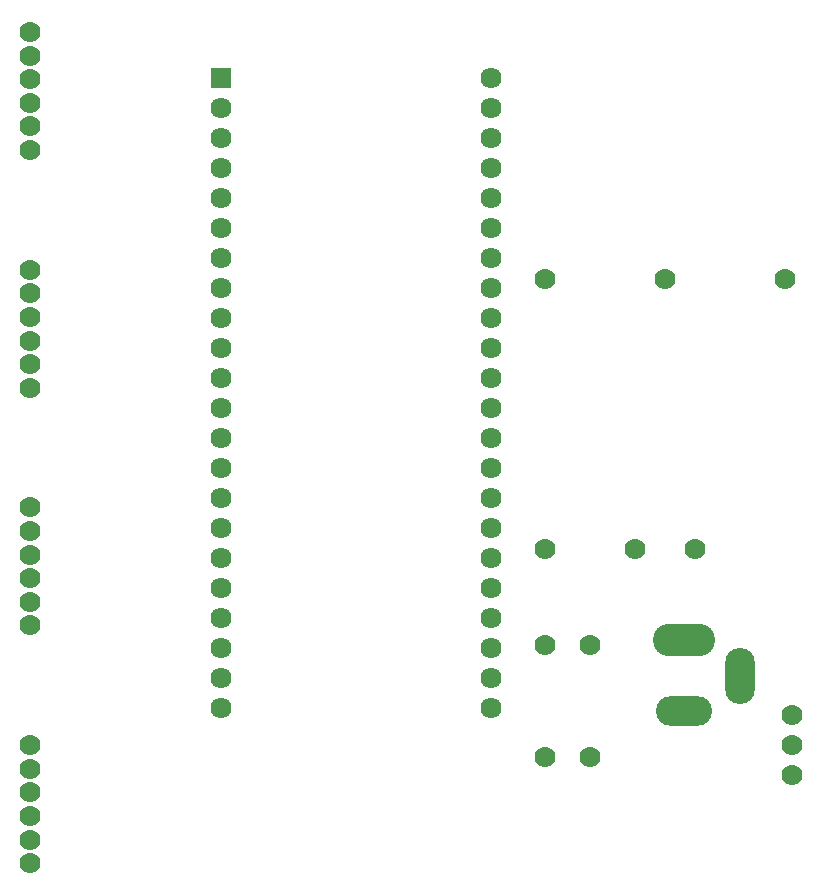
<source format=gbr>
G04 DesignSpark PCB Gerber Version 10.0 Build 5299*
G04 #@! TF.Part,Single*
G04 #@! TF.FileFunction,Soldermask,Bot*
G04 #@! TF.FilePolarity,Negative*
%FSLAX35Y35*%
%MOIN*%
G04 #@! TA.AperFunction,ComponentPad*
%ADD85O,0.09858X0.18717*%
%ADD82R,0.07024X0.07024*%
%ADD84O,0.18717X0.09858*%
%ADD83O,0.20685X0.10843*%
%ADD19C,0.07000*%
%ADD81C,0.07024*%
G04 #@! TD.AperFunction*
X0Y0D02*
D02*
D19*
X37509Y55128D03*
Y63002D03*
Y70876D03*
Y78750D03*
Y86624D03*
Y94498D03*
Y134360D03*
Y142234D03*
Y150108D03*
Y157982D03*
Y165856D03*
Y173730D03*
Y213592D03*
Y221466D03*
Y229340D03*
Y237214D03*
Y245088D03*
Y252962D03*
Y292824D03*
Y300698D03*
Y308572D03*
Y316446D03*
Y324320D03*
Y332194D03*
X209261Y90561D03*
Y127962D03*
Y160009D03*
Y250009D03*
X224261Y90561D03*
Y127962D03*
X239261Y160009D03*
X249261Y250009D03*
X259261Y160009D03*
X289261Y250009D03*
X291446Y84655D03*
Y94655D03*
Y104655D03*
D02*
D81*
X101131Y106899D03*
Y116899D03*
Y126899D03*
Y136899D03*
Y146899D03*
Y156899D03*
Y166899D03*
Y176899D03*
Y186899D03*
Y196899D03*
Y206899D03*
Y216899D03*
Y226899D03*
Y236899D03*
Y246899D03*
Y256899D03*
Y266899D03*
Y276899D03*
Y286899D03*
Y296899D03*
Y306899D03*
X191131Y106899D03*
Y116899D03*
Y126899D03*
Y136899D03*
Y146899D03*
Y156899D03*
Y166899D03*
Y176899D03*
Y186899D03*
Y196899D03*
Y206899D03*
Y216899D03*
Y226899D03*
Y236899D03*
Y246899D03*
Y256899D03*
Y266899D03*
Y276899D03*
Y286899D03*
Y296899D03*
Y306899D03*
Y316899D03*
D02*
D82*
X101131D03*
D02*
D83*
X255521Y129439D03*
D02*
D84*
Y105817D03*
D02*
D85*
X274025Y117628D03*
X0Y0D02*
M02*

</source>
